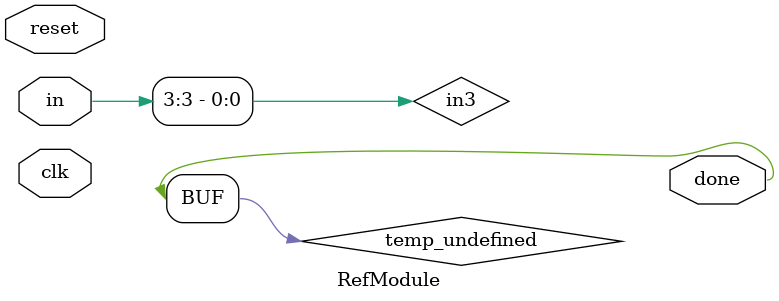
<source format=sv>

module RefModule (
  input clk,
  input [7:0] in,
  input reset,
  output done
);

  parameter BYTE1=0, BYTE2=1, BYTE3=2, DONE=3;
  reg [1:0] state;
  reg [1:0] next;

  wire in3 = in[3];

  always @(*) begin
    case (state)
      BYTE1: next = in3 ? BYTE2 : BYTE1;
      BYTE2: next = BYTE3;
      BYTE3: next = DONE;
      DONE: next = in3 ? BYTE2 : BYTE1;
    endcase
  end

  always @(posedge clk) begin
    if (reset) state <= BYTE1;
      else state <= next;
  end

  assign done = temp_undefined;

endmodule


</source>
